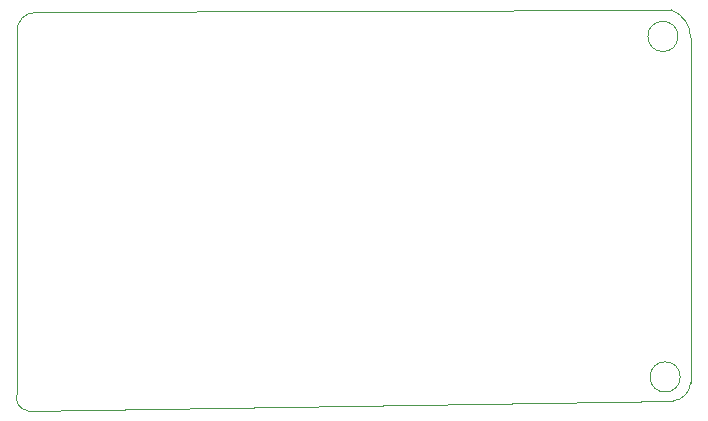
<source format=gm1>
G04 #@! TF.GenerationSoftware,KiCad,Pcbnew,(5.1.5)-3*
G04 #@! TF.CreationDate,2020-12-01T08:40:21+03:00*
G04 #@! TF.ProjectId,project3_2layer,70726f6a-6563-4743-935f-326c61796572,1*
G04 #@! TF.SameCoordinates,Original*
G04 #@! TF.FileFunction,Profile,NP*
%FSLAX46Y46*%
G04 Gerber Fmt 4.6, Leading zero omitted, Abs format (unit mm)*
G04 Created by KiCad (PCBNEW (5.1.5)-3) date 2020-12-01 08:40:21*
%MOMM*%
%LPD*%
G04 APERTURE LIST*
%ADD10C,0.050000*%
G04 APERTURE END LIST*
D10*
X150183834Y-123190000D02*
G75*
G03X150183834Y-123190000I-1276334J0D01*
G01*
X150374334Y-152019000D02*
G75*
G03X150374334Y-152019000I-1276334J0D01*
G01*
X149595092Y-120933608D02*
X95884999Y-121158001D01*
X94234000Y-153416000D02*
X94239193Y-122860684D01*
X149732999Y-154050999D02*
X95115412Y-154873709D01*
X151257000Y-123317000D02*
X151259327Y-152491852D01*
X94239194Y-122860684D02*
G75*
G02X95884999Y-121158001I1518806J178684D01*
G01*
X95115412Y-154873709D02*
G75*
G02X94234000Y-153416000I134588J1076709D01*
G01*
X151259326Y-152491852D02*
G75*
G02X149732999Y-154050999I-1653326J91852D01*
G01*
X149595092Y-120933608D02*
G75*
G02X151257000Y-123317000I-878092J-2383392D01*
G01*
M02*

</source>
